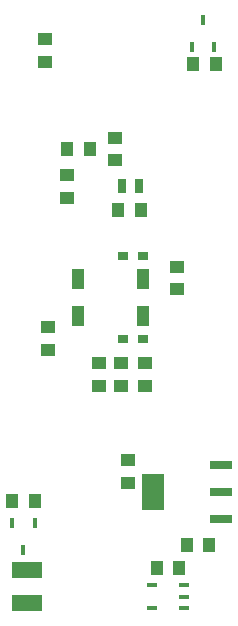
<source format=gbr>
G04 DipTrace Beta 2.9.0.1*
G04 BottomPaste.gbr*
%MOMM*%
G04 #@! TF.FileFunction,Paste,Bot*
G04 #@! TF.Part,Single*
%ADD49R,1.1X1.7*%
%ADD51R,1.95X3.05*%
%ADD53R,1.95X0.75*%
%ADD55R,0.9X0.4*%
%ADD59R,0.45X0.85*%
%ADD61R,0.8X1.15*%
%ADD79R,2.5X1.4*%
%ADD81R,0.9X0.8*%
%ADD83R,1.1X1.3*%
%ADD85R,1.3X1.1*%
%FSLAX35Y35*%
G04*
G71*
G90*
G75*
G01*
G04 BotPaste*
%LPD*%
D85*
X1174930Y2038600D3*
Y2228600D3*
X1360013Y2040100D3*
Y2230100D3*
X1562100Y2038600D3*
Y2228600D3*
D83*
X1527983Y3526523D3*
X1337983D3*
D85*
X743370Y2535860D3*
Y2345860D3*
X1831027Y2859667D3*
Y3049667D3*
X904267Y3821663D3*
Y3631663D3*
D81*
X1546937Y2437153D3*
X1376937D3*
X1546937Y3135753D3*
X1376937D3*
D83*
X2109063Y695560D3*
X1919063D3*
D85*
X1416890Y1218647D3*
Y1408647D3*
D79*
X560453Y202240D3*
Y482240D3*
D61*
X1364863Y3728067D3*
X1514863D3*
D59*
X2151447Y4908823D3*
X1961447D3*
X2056447Y5138823D3*
X439013Y882243D3*
X629013D3*
X534013Y652243D3*
D83*
X1973230Y4764717D3*
X2163230D3*
D85*
X1308293Y4137600D3*
Y3947600D3*
D83*
X906420Y4048580D3*
X1096420D3*
X1663477Y496383D3*
X1853477D3*
X628560Y1068487D3*
X438560D3*
D85*
X717010Y4781800D3*
Y4971800D3*
D53*
X2210220Y1369247D3*
Y1139247D3*
Y909247D3*
D51*
X1630220Y1139247D3*
D55*
X1889160Y349623D3*
Y254623D3*
Y159623D3*
X1619160D3*
Y349623D3*
D49*
X1548597Y2947743D3*
X998597D3*
X1548597Y2627743D3*
X998597D3*
M02*

</source>
